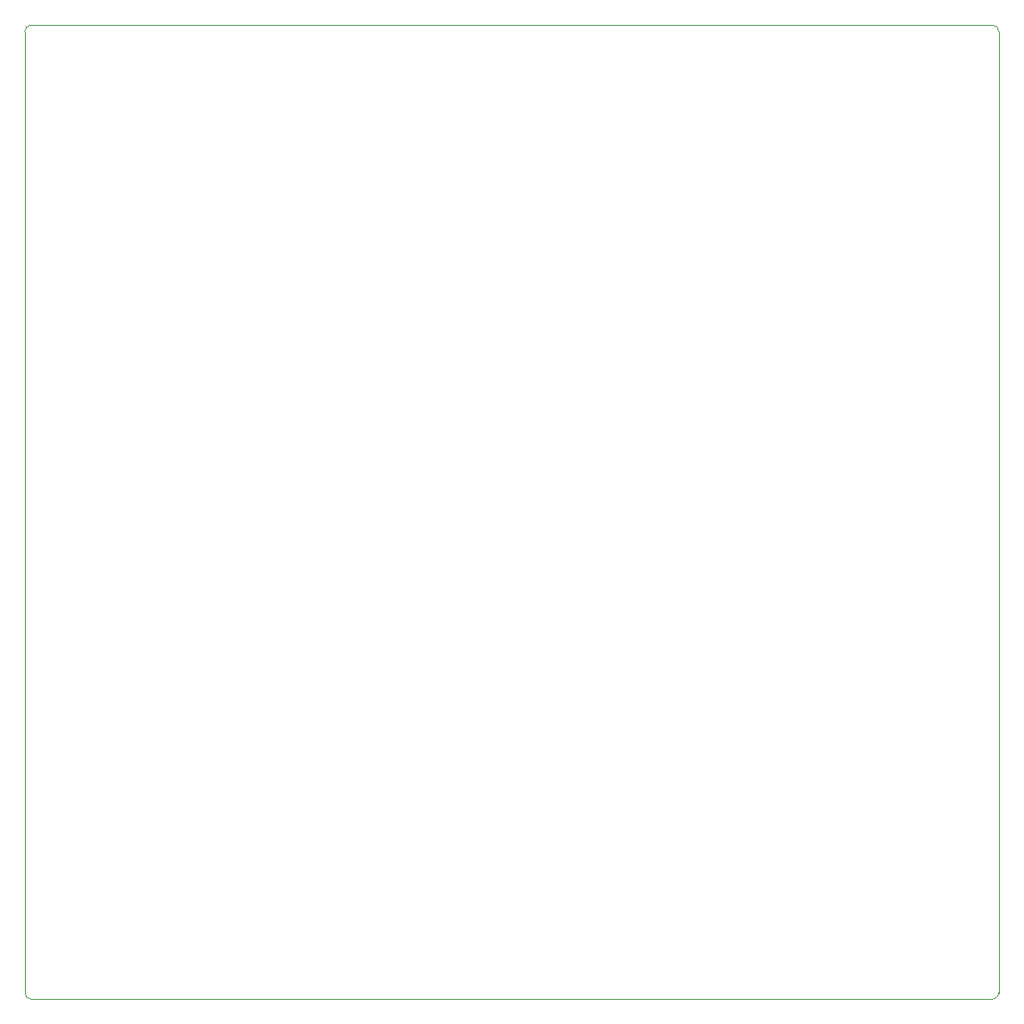
<source format=gm1>
G04 #@! TF.GenerationSoftware,KiCad,Pcbnew,6.0.9-8da3e8f707~116~ubuntu20.04.1*
G04 #@! TF.CreationDate,2022-12-22T22:59:07+01:00*
G04 #@! TF.ProjectId,display_10dig,64697370-6c61-4795-9f31-306469672e6b,rev?*
G04 #@! TF.SameCoordinates,Original*
G04 #@! TF.FileFunction,Profile,NP*
%FSLAX46Y46*%
G04 Gerber Fmt 4.6, Leading zero omitted, Abs format (unit mm)*
G04 Created by KiCad (PCBNEW 6.0.9-8da3e8f707~116~ubuntu20.04.1) date 2022-12-22 22:59:07*
%MOMM*%
%LPD*%
G01*
G04 APERTURE LIST*
G04 #@! TA.AperFunction,Profile*
%ADD10C,0.100000*%
G04 #@! TD*
G04 APERTURE END LIST*
D10*
X61595000Y-45720000D02*
X159385000Y-45720000D01*
X159385000Y-144780000D02*
G75*
G03*
X160020000Y-144145000I0J635000D01*
G01*
X160020000Y-46355000D02*
X160020000Y-144145000D01*
X159385000Y-144780000D02*
X61595000Y-144780000D01*
X61595000Y-45720000D02*
G75*
G03*
X60960000Y-46355000I0J-635000D01*
G01*
X60960000Y-144145000D02*
G75*
G03*
X61595000Y-144780000I635000J0D01*
G01*
X160020000Y-46355000D02*
G75*
G03*
X159385000Y-45720000I-635000J0D01*
G01*
X60960000Y-144145000D02*
X60960000Y-46355000D01*
M02*

</source>
